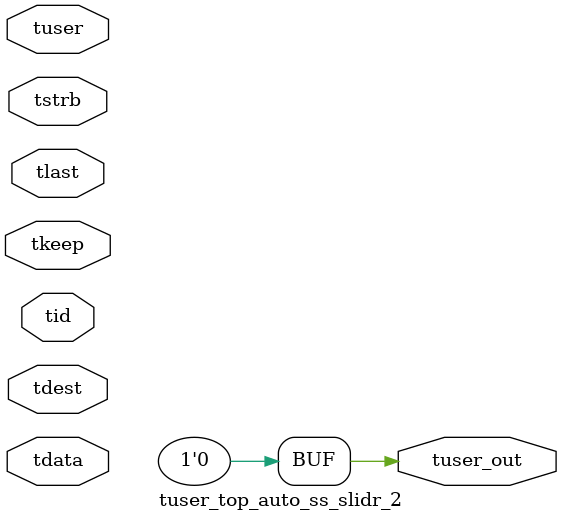
<source format=v>


`timescale 1ps/1ps

module tuser_top_auto_ss_slidr_2 #
(
parameter C_S_AXIS_TUSER_WIDTH = 1,
parameter C_S_AXIS_TDATA_WIDTH = 32,
parameter C_S_AXIS_TID_WIDTH   = 0,
parameter C_S_AXIS_TDEST_WIDTH = 0,
parameter C_M_AXIS_TUSER_WIDTH = 1
)
(
input  [(C_S_AXIS_TUSER_WIDTH == 0 ? 1 : C_S_AXIS_TUSER_WIDTH)-1:0     ] tuser,
input  [(C_S_AXIS_TDATA_WIDTH == 0 ? 1 : C_S_AXIS_TDATA_WIDTH)-1:0     ] tdata,
input  [(C_S_AXIS_TID_WIDTH   == 0 ? 1 : C_S_AXIS_TID_WIDTH)-1:0       ] tid,
input  [(C_S_AXIS_TDEST_WIDTH == 0 ? 1 : C_S_AXIS_TDEST_WIDTH)-1:0     ] tdest,
input  [(C_S_AXIS_TDATA_WIDTH/8)-1:0 ] tkeep,
input  [(C_S_AXIS_TDATA_WIDTH/8)-1:0 ] tstrb,
input                                                                    tlast,
output [C_M_AXIS_TUSER_WIDTH-1:0] tuser_out
);

assign tuser_out = {1'b0};

endmodule


</source>
